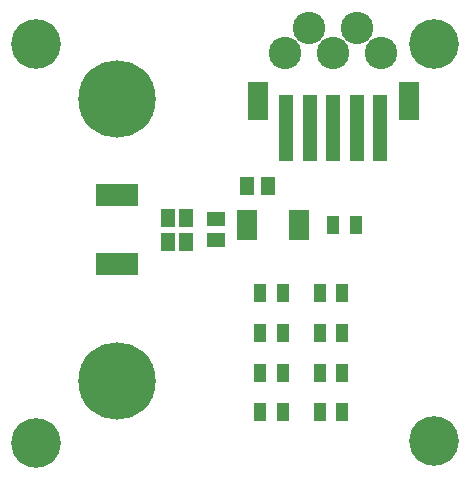
<source format=gts>
G04*
G04 #@! TF.GenerationSoftware,Altium Limited,Altium Designer,19.1.9 (167)*
G04*
G04 Layer_Color=8388736*
%FSAX25Y25*%
%MOIN*%
G70*
G01*
G75*
%ADD22R,0.06509X0.01981*%
%ADD23R,0.04422X0.06233*%
%ADD24R,0.04540X0.06115*%
%ADD25R,0.14265X0.07257*%
%ADD26R,0.04737X0.22454*%
%ADD27R,0.07099X0.12611*%
%ADD28R,0.05052X0.06391*%
%ADD29R,0.06391X0.05052*%
%ADD30C,0.10800*%
%ADD31C,0.16548*%
%ADD32C,0.25800*%
D22*
X0082820Y0080613D02*
D03*
Y0082581D02*
D03*
Y0084550D02*
D03*
Y0086518D02*
D03*
Y0088487D02*
D03*
X0100143D02*
D03*
Y0086518D02*
D03*
Y0084550D02*
D03*
Y0082581D02*
D03*
Y0080613D02*
D03*
D23*
X0119110Y0084550D02*
D03*
X0111590D02*
D03*
X0094710Y0022217D02*
D03*
X0087191D02*
D03*
X0094710Y0048661D02*
D03*
X0087191D02*
D03*
X0094710Y0061883D02*
D03*
X0087191D02*
D03*
X0094710Y0035439D02*
D03*
X0087191D02*
D03*
X0106991D02*
D03*
X0114510D02*
D03*
X0106991Y0022217D02*
D03*
X0114510D02*
D03*
X0106991Y0061883D02*
D03*
X0114510D02*
D03*
X0106991Y0048661D02*
D03*
X0114510D02*
D03*
D24*
X0056379Y0087050D02*
D03*
X0062481D02*
D03*
X0056379Y0079050D02*
D03*
X0062481D02*
D03*
D25*
X0039450Y0094605D02*
D03*
Y0071495D02*
D03*
D26*
X0095752Y0117000D02*
D03*
X0103626D02*
D03*
X0111500D02*
D03*
X0119374D02*
D03*
X0127248D02*
D03*
D27*
X0086303Y0125858D02*
D03*
X0136697D02*
D03*
D28*
X0082820Y0097650D02*
D03*
X0089867D02*
D03*
D29*
X0072482Y0079502D02*
D03*
Y0086550D02*
D03*
D30*
X0095500Y0142000D02*
D03*
X0103500Y0150400D02*
D03*
X0127500Y0142000D02*
D03*
X0111500D02*
D03*
X0119600Y0150400D02*
D03*
D31*
X0145000Y0012500D02*
D03*
X0012450Y0012050D02*
D03*
X0145000Y0145000D02*
D03*
X0012500D02*
D03*
D32*
X0039450Y0032550D02*
D03*
Y0126550D02*
D03*
M02*

</source>
